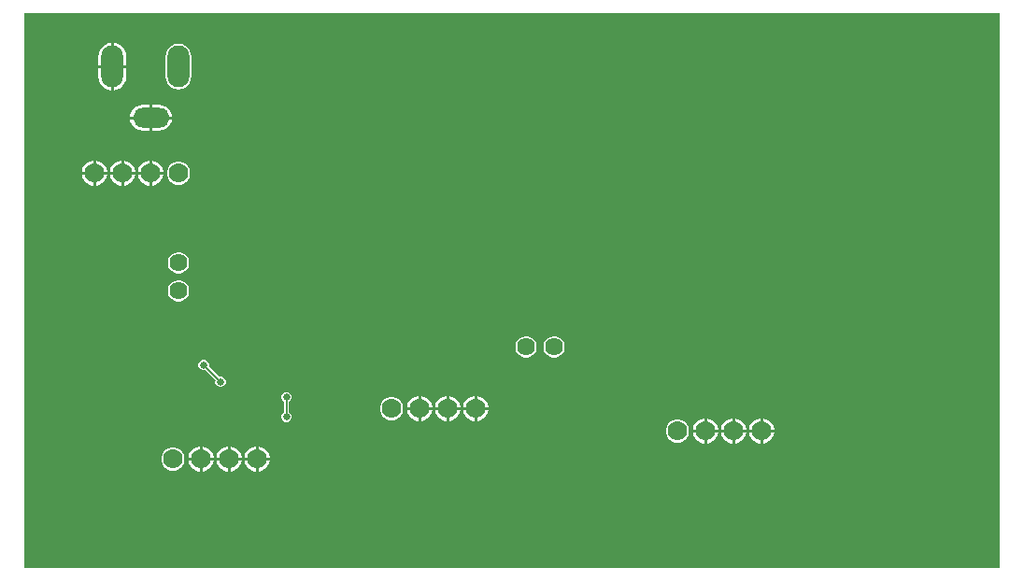
<source format=gbl>
G04*
G04 #@! TF.GenerationSoftware,Altium Limited,Altium Designer,21.1.1 (26)*
G04*
G04 Layer_Physical_Order=2*
G04 Layer_Color=16711680*
%FSLAX25Y25*%
%MOIN*%
G70*
G04*
G04 #@! TF.SameCoordinates,E00B1EB5-E982-4F3D-9705-A7A521AA3BB6*
G04*
G04*
G04 #@! TF.FilePolarity,Positive*
G04*
G01*
G75*
%ADD17C,0.00600*%
%ADD31C,0.07000*%
%ADD32C,0.06378*%
%ADD33O,0.12992X0.07087*%
%ADD34O,0.07874X0.14961*%
%ADD35C,0.02500*%
G36*
X348980Y1020D02*
X1020D01*
Y198980D01*
X348980D01*
Y1020D01*
D02*
G37*
%LPC*%
G36*
X32878Y188457D02*
Y180500D01*
X37358D01*
Y183543D01*
X37188Y184832D01*
X36690Y186033D01*
X35899Y187064D01*
X34868Y187856D01*
X33667Y188353D01*
X32878Y188457D01*
D02*
G37*
G36*
X31878D02*
X31089Y188353D01*
X29888Y187856D01*
X28857Y187064D01*
X28065Y186033D01*
X27568Y184832D01*
X27398Y183543D01*
Y180500D01*
X31878D01*
Y188457D01*
D02*
G37*
G36*
X56000Y188119D02*
X54816Y187963D01*
X53712Y187506D01*
X52764Y186779D01*
X52037Y185831D01*
X51580Y184728D01*
X51424Y183543D01*
Y176457D01*
X51580Y175272D01*
X52037Y174169D01*
X52764Y173221D01*
X53712Y172494D01*
X54816Y172037D01*
X56000Y171880D01*
X57184Y172037D01*
X58288Y172494D01*
X59236Y173221D01*
X59963Y174169D01*
X60420Y175272D01*
X60576Y176457D01*
Y183543D01*
X60420Y184728D01*
X59963Y185831D01*
X59236Y186779D01*
X58288Y187506D01*
X57184Y187963D01*
X56000Y188119D01*
D02*
G37*
G36*
X37358Y179500D02*
X32878D01*
Y171543D01*
X33667Y171647D01*
X34868Y172144D01*
X35899Y172936D01*
X36690Y173967D01*
X37188Y175168D01*
X37358Y176457D01*
Y179500D01*
D02*
G37*
G36*
X31878D02*
X27398D01*
Y176457D01*
X27568Y175168D01*
X28065Y173967D01*
X28857Y172936D01*
X29888Y172144D01*
X31089Y171647D01*
X31878Y171543D01*
Y179500D01*
D02*
G37*
G36*
X49110Y166275D02*
X46657D01*
Y162193D01*
X53627D01*
X53537Y162879D01*
X53079Y163984D01*
X52351Y164933D01*
X51402Y165662D01*
X50296Y166119D01*
X49110Y166275D01*
D02*
G37*
G36*
X45658D02*
X43205D01*
X42019Y166119D01*
X40914Y165662D01*
X39964Y164933D01*
X39236Y163984D01*
X38778Y162879D01*
X38688Y162193D01*
X45658D01*
Y166275D01*
D02*
G37*
G36*
X53627Y161193D02*
X46657D01*
Y157110D01*
X49110D01*
X50296Y157267D01*
X51402Y157724D01*
X52351Y158453D01*
X53079Y159402D01*
X53537Y160507D01*
X53627Y161193D01*
D02*
G37*
G36*
X45658D02*
X38688D01*
X38778Y160507D01*
X39236Y159402D01*
X39964Y158453D01*
X40914Y157724D01*
X42019Y157267D01*
X43205Y157110D01*
X45658D01*
Y161193D01*
D02*
G37*
G36*
X36592Y146500D02*
X36500D01*
Y142500D01*
X40500D01*
Y142592D01*
X40193Y143737D01*
X39601Y144763D01*
X38763Y145601D01*
X37737Y146193D01*
X36592Y146500D01*
D02*
G37*
G36*
X46592D02*
X46500D01*
Y142500D01*
X50500D01*
Y142592D01*
X50193Y143737D01*
X49601Y144763D01*
X48763Y145601D01*
X47737Y146193D01*
X46592Y146500D01*
D02*
G37*
G36*
X26592D02*
X26500D01*
Y142500D01*
X30500D01*
Y142592D01*
X30193Y143737D01*
X29601Y144763D01*
X28763Y145601D01*
X27737Y146193D01*
X26592Y146500D01*
D02*
G37*
G36*
X35500D02*
X35408D01*
X34263Y146193D01*
X33237Y145601D01*
X32399Y144763D01*
X31807Y143737D01*
X31500Y142592D01*
Y142500D01*
X35500D01*
Y146500D01*
D02*
G37*
G36*
X45500D02*
X45408D01*
X44263Y146193D01*
X43237Y145601D01*
X42399Y144763D01*
X41807Y143737D01*
X41500Y142592D01*
Y142500D01*
X45500D01*
Y146500D01*
D02*
G37*
G36*
X25500D02*
X25408D01*
X24263Y146193D01*
X23237Y145601D01*
X22399Y144763D01*
X21807Y143737D01*
X21500Y142592D01*
Y142500D01*
X25500D01*
Y146500D01*
D02*
G37*
G36*
X56540Y146100D02*
X55460D01*
X54418Y145821D01*
X53483Y145281D01*
X52719Y144518D01*
X52179Y143582D01*
X51900Y142540D01*
Y141460D01*
X52179Y140418D01*
X52719Y139482D01*
X53483Y138719D01*
X54418Y138179D01*
X55460Y137900D01*
X56540D01*
X57582Y138179D01*
X58517Y138719D01*
X59281Y139482D01*
X59821Y140418D01*
X60100Y141460D01*
Y142540D01*
X59821Y143582D01*
X59281Y144518D01*
X58517Y145281D01*
X57582Y145821D01*
X56540Y146100D01*
D02*
G37*
G36*
X50500Y141500D02*
X46500D01*
Y137500D01*
X46592D01*
X47737Y137807D01*
X48763Y138399D01*
X49601Y139237D01*
X50193Y140263D01*
X50500Y141408D01*
Y141500D01*
D02*
G37*
G36*
X45500D02*
X41500D01*
Y141408D01*
X41807Y140263D01*
X42399Y139237D01*
X43237Y138399D01*
X44263Y137807D01*
X45408Y137500D01*
X45500D01*
Y141500D01*
D02*
G37*
G36*
X40500D02*
X36500D01*
Y137500D01*
X36592D01*
X37737Y137807D01*
X38763Y138399D01*
X39601Y139237D01*
X40193Y140263D01*
X40500Y141408D01*
Y141500D01*
D02*
G37*
G36*
X35500D02*
X31500D01*
Y141408D01*
X31807Y140263D01*
X32399Y139237D01*
X33237Y138399D01*
X34263Y137807D01*
X35408Y137500D01*
X35500D01*
Y141500D01*
D02*
G37*
G36*
X30500D02*
X26500D01*
Y137500D01*
X26592D01*
X27737Y137807D01*
X28763Y138399D01*
X29601Y139237D01*
X30193Y140263D01*
X30500Y141408D01*
Y141500D01*
D02*
G37*
G36*
X25500D02*
X21500D01*
Y141408D01*
X21807Y140263D01*
X22399Y139237D01*
X23237Y138399D01*
X24263Y137807D01*
X25408Y137500D01*
X25500D01*
Y141500D01*
D02*
G37*
G36*
X56499Y113789D02*
X55501D01*
X54537Y113531D01*
X53673Y113032D01*
X52968Y112327D01*
X52469Y111462D01*
X52211Y110499D01*
Y109501D01*
X52469Y108537D01*
X52968Y107674D01*
X53673Y106968D01*
X54537Y106469D01*
X55501Y106211D01*
X56499D01*
X57463Y106469D01*
X58327Y106968D01*
X59032Y107674D01*
X59531Y108537D01*
X59789Y109501D01*
Y110499D01*
X59531Y111462D01*
X59032Y112327D01*
X58327Y113032D01*
X57463Y113531D01*
X56499Y113789D01*
D02*
G37*
G36*
Y103789D02*
X55501D01*
X54537Y103531D01*
X53673Y103032D01*
X52968Y102327D01*
X52469Y101462D01*
X52211Y100499D01*
Y99501D01*
X52469Y98537D01*
X52968Y97673D01*
X53673Y96968D01*
X54537Y96469D01*
X55501Y96211D01*
X56499D01*
X57463Y96469D01*
X58327Y96968D01*
X59032Y97673D01*
X59531Y98537D01*
X59789Y99501D01*
Y100499D01*
X59531Y101462D01*
X59032Y102327D01*
X58327Y103032D01*
X57463Y103531D01*
X56499Y103789D01*
D02*
G37*
G36*
X190499Y83789D02*
X189501D01*
X188538Y83531D01*
X187673Y83032D01*
X186968Y82327D01*
X186469Y81463D01*
X186211Y80499D01*
Y79501D01*
X186469Y78537D01*
X186968Y77674D01*
X187673Y76968D01*
X188538Y76469D01*
X189501Y76211D01*
X190499D01*
X191463Y76469D01*
X192326Y76968D01*
X193032Y77674D01*
X193531Y78537D01*
X193789Y79501D01*
Y80499D01*
X193531Y81463D01*
X193032Y82327D01*
X192326Y83032D01*
X191463Y83531D01*
X190499Y83789D01*
D02*
G37*
G36*
X180499D02*
X179501D01*
X178537Y83531D01*
X177673Y83032D01*
X176968Y82327D01*
X176469Y81463D01*
X176211Y80499D01*
Y79501D01*
X176469Y78537D01*
X176968Y77674D01*
X177673Y76968D01*
X178537Y76469D01*
X179501Y76211D01*
X180499D01*
X181463Y76469D01*
X182326Y76968D01*
X183032Y77674D01*
X183531Y78537D01*
X183789Y79501D01*
Y80499D01*
X183531Y81463D01*
X183032Y82327D01*
X182326Y83032D01*
X181463Y83531D01*
X180499Y83789D01*
D02*
G37*
G36*
X65368Y75350D02*
X64632D01*
X63952Y75068D01*
X63432Y74548D01*
X63150Y73868D01*
Y73132D01*
X63432Y72452D01*
X63952Y71932D01*
X64632Y71650D01*
X65368D01*
X65498Y71704D01*
X69204Y67998D01*
X69150Y67868D01*
Y67132D01*
X69432Y66452D01*
X69952Y65932D01*
X70632Y65650D01*
X71368D01*
X72048Y65932D01*
X72568Y66452D01*
X72850Y67132D01*
Y67868D01*
X72568Y68548D01*
X72048Y69068D01*
X71368Y69350D01*
X70632D01*
X70502Y69296D01*
X66796Y73002D01*
X66850Y73132D01*
Y73868D01*
X66568Y74548D01*
X66048Y75068D01*
X65368Y75350D01*
D02*
G37*
G36*
X162592Y62500D02*
X162500D01*
Y58500D01*
X166500D01*
Y58592D01*
X166193Y59737D01*
X165601Y60763D01*
X164763Y61601D01*
X163737Y62193D01*
X162592Y62500D01*
D02*
G37*
G36*
X161500D02*
X161408D01*
X160263Y62193D01*
X159237Y61601D01*
X158399Y60763D01*
X157807Y59737D01*
X157500Y58592D01*
Y58500D01*
X161500D01*
Y62500D01*
D02*
G37*
G36*
X152592D02*
X152500D01*
Y58500D01*
X156500D01*
Y58592D01*
X156193Y59737D01*
X155601Y60763D01*
X154763Y61601D01*
X153737Y62193D01*
X152592Y62500D01*
D02*
G37*
G36*
X151500D02*
X151408D01*
X150263Y62193D01*
X149237Y61601D01*
X148399Y60763D01*
X147807Y59737D01*
X147500Y58592D01*
Y58500D01*
X151500D01*
Y62500D01*
D02*
G37*
G36*
X142592D02*
X142500D01*
Y58500D01*
X146500D01*
Y58592D01*
X146193Y59737D01*
X145601Y60763D01*
X144763Y61601D01*
X143737Y62193D01*
X142592Y62500D01*
D02*
G37*
G36*
X141500D02*
X141408D01*
X140263Y62193D01*
X139237Y61601D01*
X138399Y60763D01*
X137807Y59737D01*
X137500Y58592D01*
Y58500D01*
X141500D01*
Y62500D01*
D02*
G37*
G36*
X132540Y62100D02*
X131460D01*
X130418Y61821D01*
X129482Y61281D01*
X128719Y60518D01*
X128179Y59583D01*
X127900Y58540D01*
Y57460D01*
X128179Y56418D01*
X128719Y55483D01*
X129482Y54719D01*
X130418Y54179D01*
X131460Y53900D01*
X132540D01*
X133582Y54179D01*
X134518Y54719D01*
X135281Y55483D01*
X135821Y56418D01*
X136100Y57460D01*
Y58540D01*
X135821Y59583D01*
X135281Y60518D01*
X134518Y61281D01*
X133582Y61821D01*
X132540Y62100D01*
D02*
G37*
G36*
X166500Y57500D02*
X162500D01*
Y53500D01*
X162592D01*
X163737Y53807D01*
X164763Y54399D01*
X165601Y55237D01*
X166193Y56263D01*
X166500Y57408D01*
Y57500D01*
D02*
G37*
G36*
X161500D02*
X157500D01*
Y57408D01*
X157807Y56263D01*
X158399Y55237D01*
X159237Y54399D01*
X160263Y53807D01*
X161408Y53500D01*
X161500D01*
Y57500D01*
D02*
G37*
G36*
X156500D02*
X152500D01*
Y53500D01*
X152592D01*
X153737Y53807D01*
X154763Y54399D01*
X155601Y55237D01*
X156193Y56263D01*
X156500Y57408D01*
Y57500D01*
D02*
G37*
G36*
X151500D02*
X147500D01*
Y57408D01*
X147807Y56263D01*
X148399Y55237D01*
X149237Y54399D01*
X150263Y53807D01*
X151408Y53500D01*
X151500D01*
Y57500D01*
D02*
G37*
G36*
X146500D02*
X142500D01*
Y53500D01*
X142592D01*
X143737Y53807D01*
X144763Y54399D01*
X145601Y55237D01*
X146193Y56263D01*
X146500Y57408D01*
Y57500D01*
D02*
G37*
G36*
X141500D02*
X137500D01*
Y57408D01*
X137807Y56263D01*
X138399Y55237D01*
X139237Y54399D01*
X140263Y53807D01*
X141408Y53500D01*
X141500D01*
Y57500D01*
D02*
G37*
G36*
X94868Y63850D02*
X94132D01*
X93452Y63568D01*
X92932Y63048D01*
X92650Y62368D01*
Y61632D01*
X92932Y60952D01*
X93452Y60432D01*
X93582Y60378D01*
Y56622D01*
X93452Y56568D01*
X92932Y56048D01*
X92650Y55368D01*
Y54632D01*
X92932Y53952D01*
X93452Y53432D01*
X94132Y53150D01*
X94868D01*
X95548Y53432D01*
X96068Y53952D01*
X96350Y54632D01*
Y55368D01*
X96068Y56048D01*
X95548Y56568D01*
X95418Y56622D01*
Y60378D01*
X95548Y60432D01*
X96068Y60952D01*
X96350Y61632D01*
Y62368D01*
X96068Y63048D01*
X95548Y63568D01*
X94868Y63850D01*
D02*
G37*
G36*
X264592Y54500D02*
X264500D01*
Y50500D01*
X268500D01*
Y50592D01*
X268193Y51737D01*
X267601Y52763D01*
X266763Y53601D01*
X265737Y54193D01*
X264592Y54500D01*
D02*
G37*
G36*
X263500D02*
X263408D01*
X262263Y54193D01*
X261237Y53601D01*
X260399Y52763D01*
X259807Y51737D01*
X259500Y50592D01*
Y50500D01*
X263500D01*
Y54500D01*
D02*
G37*
G36*
X254592D02*
X254500D01*
Y50500D01*
X258500D01*
Y50592D01*
X258193Y51737D01*
X257601Y52763D01*
X256763Y53601D01*
X255737Y54193D01*
X254592Y54500D01*
D02*
G37*
G36*
X253500D02*
X253408D01*
X252263Y54193D01*
X251237Y53601D01*
X250399Y52763D01*
X249807Y51737D01*
X249500Y50592D01*
Y50500D01*
X253500D01*
Y54500D01*
D02*
G37*
G36*
X244592D02*
X244500D01*
Y50500D01*
X248500D01*
Y50592D01*
X248193Y51737D01*
X247601Y52763D01*
X246763Y53601D01*
X245737Y54193D01*
X244592Y54500D01*
D02*
G37*
G36*
X243500D02*
X243408D01*
X242263Y54193D01*
X241237Y53601D01*
X240399Y52763D01*
X239807Y51737D01*
X239500Y50592D01*
Y50500D01*
X243500D01*
Y54500D01*
D02*
G37*
G36*
X234540Y54100D02*
X233460D01*
X232417Y53821D01*
X231483Y53281D01*
X230719Y52517D01*
X230179Y51582D01*
X229900Y50540D01*
Y49460D01*
X230179Y48417D01*
X230719Y47482D01*
X231483Y46719D01*
X232417Y46179D01*
X233460Y45900D01*
X234540D01*
X235582Y46179D01*
X236518Y46719D01*
X237281Y47482D01*
X237821Y48417D01*
X238100Y49460D01*
Y50540D01*
X237821Y51582D01*
X237281Y52517D01*
X236518Y53281D01*
X235582Y53821D01*
X234540Y54100D01*
D02*
G37*
G36*
X268500Y49500D02*
X264500D01*
Y45500D01*
X264592D01*
X265737Y45807D01*
X266763Y46399D01*
X267601Y47237D01*
X268193Y48263D01*
X268500Y49408D01*
Y49500D01*
D02*
G37*
G36*
X263500D02*
X259500D01*
Y49408D01*
X259807Y48263D01*
X260399Y47237D01*
X261237Y46399D01*
X262263Y45807D01*
X263408Y45500D01*
X263500D01*
Y49500D01*
D02*
G37*
G36*
X258500D02*
X254500D01*
Y45500D01*
X254592D01*
X255737Y45807D01*
X256763Y46399D01*
X257601Y47237D01*
X258193Y48263D01*
X258500Y49408D01*
Y49500D01*
D02*
G37*
G36*
X253500D02*
X249500D01*
Y49408D01*
X249807Y48263D01*
X250399Y47237D01*
X251237Y46399D01*
X252263Y45807D01*
X253408Y45500D01*
X253500D01*
Y49500D01*
D02*
G37*
G36*
X248500D02*
X244500D01*
Y45500D01*
X244592D01*
X245737Y45807D01*
X246763Y46399D01*
X247601Y47237D01*
X248193Y48263D01*
X248500Y49408D01*
Y49500D01*
D02*
G37*
G36*
X243500D02*
X239500D01*
Y49408D01*
X239807Y48263D01*
X240399Y47237D01*
X241237Y46399D01*
X242263Y45807D01*
X243408Y45500D01*
X243500D01*
Y49500D01*
D02*
G37*
G36*
X84592Y44500D02*
X84500D01*
Y40500D01*
X88500D01*
Y40592D01*
X88193Y41737D01*
X87601Y42763D01*
X86763Y43601D01*
X85737Y44193D01*
X84592Y44500D01*
D02*
G37*
G36*
X83500D02*
X83408D01*
X82263Y44193D01*
X81237Y43601D01*
X80399Y42763D01*
X79807Y41737D01*
X79500Y40592D01*
Y40500D01*
X83500D01*
Y44500D01*
D02*
G37*
G36*
X74592D02*
X74500D01*
Y40500D01*
X78500D01*
Y40592D01*
X78193Y41737D01*
X77601Y42763D01*
X76763Y43601D01*
X75737Y44193D01*
X74592Y44500D01*
D02*
G37*
G36*
X73500D02*
X73408D01*
X72263Y44193D01*
X71237Y43601D01*
X70399Y42763D01*
X69807Y41737D01*
X69500Y40592D01*
Y40500D01*
X73500D01*
Y44500D01*
D02*
G37*
G36*
X64592D02*
X64500D01*
Y40500D01*
X68500D01*
Y40592D01*
X68193Y41737D01*
X67601Y42763D01*
X66763Y43601D01*
X65737Y44193D01*
X64592Y44500D01*
D02*
G37*
G36*
X63500D02*
X63408D01*
X62263Y44193D01*
X61237Y43601D01*
X60399Y42763D01*
X59807Y41737D01*
X59500Y40592D01*
Y40500D01*
X63500D01*
Y44500D01*
D02*
G37*
G36*
X54540Y44100D02*
X53460D01*
X52417Y43821D01*
X51482Y43281D01*
X50719Y42518D01*
X50179Y41583D01*
X49900Y40540D01*
Y39460D01*
X50179Y38418D01*
X50719Y37483D01*
X51482Y36719D01*
X52417Y36179D01*
X53460Y35900D01*
X54540D01*
X55582Y36179D01*
X56517Y36719D01*
X57281Y37483D01*
X57821Y38418D01*
X58100Y39460D01*
Y40540D01*
X57821Y41583D01*
X57281Y42518D01*
X56517Y43281D01*
X55582Y43821D01*
X54540Y44100D01*
D02*
G37*
G36*
X88500Y39500D02*
X84500D01*
Y35500D01*
X84592D01*
X85737Y35807D01*
X86763Y36399D01*
X87601Y37237D01*
X88193Y38263D01*
X88500Y39408D01*
Y39500D01*
D02*
G37*
G36*
X83500D02*
X79500D01*
Y39408D01*
X79807Y38263D01*
X80399Y37237D01*
X81237Y36399D01*
X82263Y35807D01*
X83408Y35500D01*
X83500D01*
Y39500D01*
D02*
G37*
G36*
X78500D02*
X74500D01*
Y35500D01*
X74592D01*
X75737Y35807D01*
X76763Y36399D01*
X77601Y37237D01*
X78193Y38263D01*
X78500Y39408D01*
Y39500D01*
D02*
G37*
G36*
X73500D02*
X69500D01*
Y39408D01*
X69807Y38263D01*
X70399Y37237D01*
X71237Y36399D01*
X72263Y35807D01*
X73408Y35500D01*
X73500D01*
Y39500D01*
D02*
G37*
G36*
X68500D02*
X64500D01*
Y35500D01*
X64592D01*
X65737Y35807D01*
X66763Y36399D01*
X67601Y37237D01*
X68193Y38263D01*
X68500Y39408D01*
Y39500D01*
D02*
G37*
G36*
X63500D02*
X59500D01*
Y39408D01*
X59807Y38263D01*
X60399Y37237D01*
X61237Y36399D01*
X62263Y35807D01*
X63408Y35500D01*
X63500D01*
Y39500D01*
D02*
G37*
%LPD*%
D17*
X65000Y73500D02*
X71000Y67500D01*
X94500Y55000D02*
Y62000D01*
D31*
X74000Y40000D02*
D03*
X84000D02*
D03*
X54000D02*
D03*
X64000D02*
D03*
X254000Y50000D02*
D03*
X264000D02*
D03*
X234000D02*
D03*
X244000D02*
D03*
X152000Y58000D02*
D03*
X162000D02*
D03*
X132000D02*
D03*
X142000D02*
D03*
X36000Y142000D02*
D03*
X26000D02*
D03*
X56000D02*
D03*
X46000D02*
D03*
D32*
X190000Y80000D02*
D03*
X180000D02*
D03*
X56000Y100000D02*
D03*
Y110000D02*
D03*
D33*
X46158Y161693D02*
D03*
D34*
X32378Y180000D02*
D03*
X56000D02*
D03*
D35*
X65000Y73500D02*
D03*
X71000Y67500D02*
D03*
X94500Y55000D02*
D03*
Y62000D02*
D03*
X310000Y7500D02*
D03*
X282000D02*
D03*
X250000D02*
D03*
X220000Y7000D02*
D03*
X46000Y79500D02*
D03*
X22000Y8000D02*
D03*
X78000Y161500D02*
D03*
X100000Y135000D02*
D03*
X99500Y100000D02*
D03*
M02*

</source>
